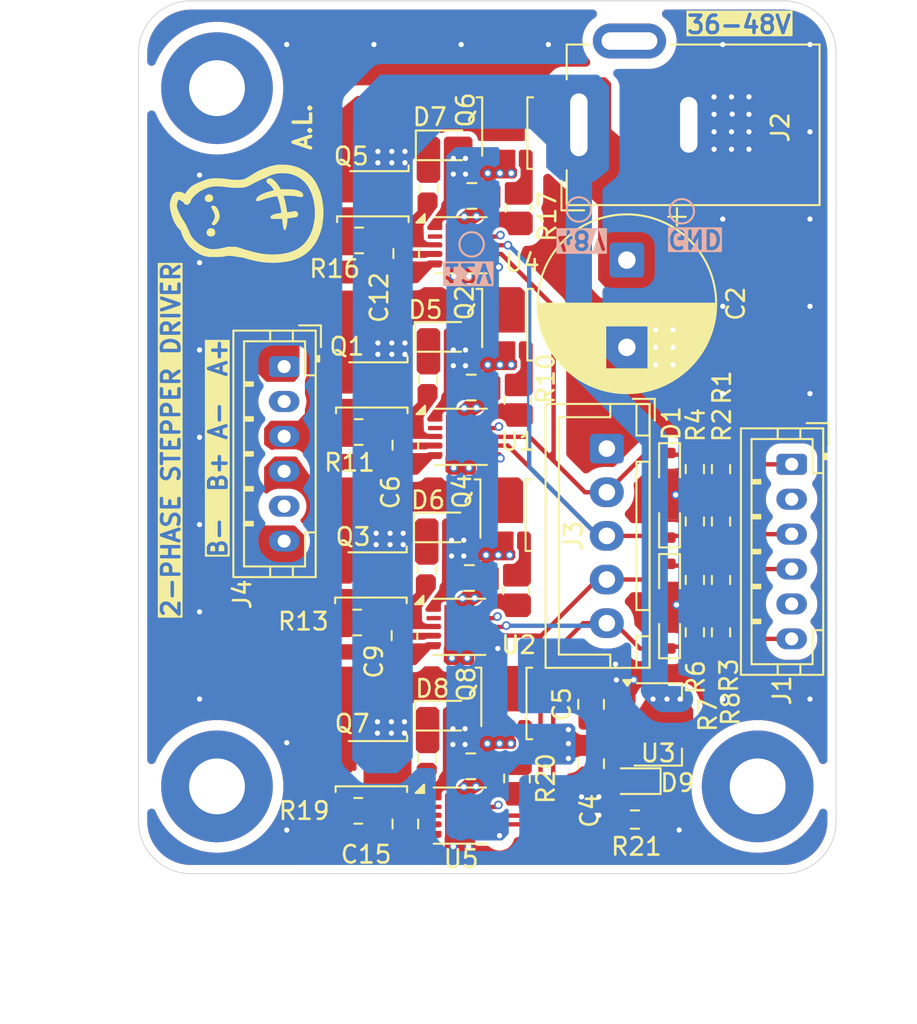
<source format=kicad_pcb>
(kicad_pcb (version 20241229) (generator "pcbnew") (generator_version "9.0")
  (layers (0 "F.Cu" signal) (4 "In1.Cu" signal) (6 "In2.Cu" signal) (2 "B.Cu" signal) (13 "F.Paste" user) (15 "B.Paste" user) (5 "F.SilkS" user "F.Silkscreen") (7 "B.SilkS" user "B.Silkscreen") (1 "F.Mask" user) (3 "B.Mask" user) (25 "Edge.Cuts" user))
  (net 0 "")
  (net 1 "GND")
  (net 2 "+12V")
  (net 3 "+48V")
  (net 4 "/A_OUT-")
  (net 5 "Net-(U1-VB)")
  (net 6 "/B_OUT+")
  (net 7 "Net-(U2-VB)")
  (net 8 "Net-(U4-VB)")
  (net 9 "/A_OUT+")
  (net 10 "Net-(U5-VB)")
  (net 11 "/B_OUT-")
  (net 12 "/A_IN+")
  (net 13 "/A_IN-")
  (net 14 "/B_IN+")
  (net 15 "/B_IN-")
  (net 16 "Net-(D5-K)")
  (net 17 "Net-(D6-K)")
  (net 18 "Net-(D7-K)")
  (net 19 "Net-(D8-K)")
  (net 20 "Net-(D9-K)")
  (net 21 "/A_DRIVE-")
  (net 22 "/A_DRIVE+")
  (net 24 "/B_DRIVE-")
  (net 25 "/B_DRIVE+")
  (net 30 "Net-(Q1-G)")
  (net 31 "Net-(Q2-G)")
  (net 32 "Net-(Q3-G)")
  (net 33 "Net-(Q4-G)")
  (net 34 "Net-(Q5-G)")
  (net 35 "Net-(Q6-G)")
  (net 36 "Net-(Q7-G)")
  (net 37 "Net-(Q8-G)")
  (net 38 "Net-(U1-DRVL)")
  (net 39 "Net-(U1-DRVH)")
  (net 40 "Net-(U2-DRVH)")
  (net 41 "Net-(U2-DRVL)")
  (net 42 "Net-(U4-DRVH)")
  (net 43 "Net-(U4-DRVL)")
  (net 44 "Net-(U5-DRVH)")
  (net 45 "Net-(U5-DRVL)")
  (footprint "Package_DFN_QFN:DFN-10-1EP_3x3mm_P0.5mm_EP1.7x2.5mm" (layer "F.Cu") (at 118.3875 105.8625)
    (property "Reference" "U2")
    (property "Value" "NCP51513" (hide yes))
  )
  (footprint "_custom_library:Peanut" (layer "F.Cu") (at 106.2 82.15 90)
    (property "Reference" "G***" (hide yes))
    (property "Value" "LOGO" (hide yes))
  )
  (footprint "Connector_BarrelJack:BarrelJack_GCT_DCJ200-10-A_Horizontal" (layer "F.Cu") (at 125.25 77.1 90)
    (property "Reference" "J2")
    (property "Value" "Barrel_Jack_Switch" (hide yes))
  )
  (footprint "Connector_JST:JST_PH_B6B-PH-K_1x06_P2.00mm_Vertical" (layer "F.Cu") (at 108.35 90.95 -90)
    (property "Reference" "J4")
    (property "Value" "Conn_01x06_Pin" (hide yes))
  )
  (footprint "_custom_library: PG-TSDSON-8_3.8x2.29_Pitch0.65mm" (layer "F.Cu") (at 121 88.55 90)
    (property "Reference" "Q2")
    (property "Value" "NMOS" (hide yes))
  )
  (footprint "Capacitor_SMD:C_0805_2012Metric" (layer "F.Cu") (at 115.35 84.475 -90)
    (property "Reference" "C12")
    (property "Value" "1uF 50V" (hide yes))
  )
  (footprint "Resistor_SMD:R_0603_1608Metric" (layer "F.Cu") (at 133.4 103.175 -90)
    (property "Reference" "R3")
    (property "Value" "2k0" (hide yes))
  )
  (footprint "Diode_SMD:D_SOD-523" (layer "F.Cu") (at 130.45 100.05 90)
    (property "Reference" "D2" (hide yes))
    (property "Value" "30V 200mA" (hide yes))
  )
  (footprint "_custom_library: PG-TSDSON-8_3.8x2.29_Pitch0.65mm" (layer "F.Cu") (at 120.95 110.25 90)
    (property "Reference" "Q8")
    (property "Value" "NMOS" (hide yes))
  )
  (footprint "Capacitor_SMD:C_0805_2012Metric" (layer "F.Cu") (at 119.075 92.15)
    (property "Reference" "C3" (hide yes))
    (property "Value" "10uF 50V" (hide yes))
  )
  (footprint "_custom_library: PG-TSDSON-8_3.8x2.29_Pitch0.65mm" (layer "F.Cu") (at 113.4375 81.05)
    (property "Reference" "Q5")
    (property "Value" "NMOS" (hide yes))
  )
  (footprint "Resistor_SMD:R_0603_1608Metric" (layer "F.Cu") (at 131.9 103.175 -90)
    (property "Reference" "R6")
    (property "Value" "1k0" (hide yes))
  )
  (footprint "Capacitor_SMD:C_0805_2012Metric" (layer "F.Cu") (at 125.95 113.7 -90)
    (property "Reference" "C4")
    (property "Value" "10uF 50V" (hide yes))
  )
  (footprint "Connector_JST:JST_XH_B5B-XH-A_1x05_P2.50mm_Vertical" (layer "F.Cu") (at 126.85 95.65 -90)
    (property "Reference" "J3")
    (property "Value" "Conn_01x04_Pin" (hide yes))
  )
  (footprint "MountingHole:MountingHole_3.2mm_M3_Pad" (layer "F.Cu") (at 104.5 75)
    (property "Reference" "H1" (hide yes))
    (property "Value" "M3 Pad" (hide yes))
  )
  (footprint "Diode_SMD:D_SOD-323F" (layer "F.Cu") (at 117.45 89.25)
    (property "Reference" "D5")
    (property "Value" "100V 200mA" (hide yes))
  )
  (footprint "Package_DFN_QFN:DFN-10-1EP_3x3mm_P0.5mm_EP1.7x2.5mm" (layer "F.Cu") (at 118.4625 84)
    (property "Reference" "U4")
    (property "Value" "NCP51513" (hide yes))
  )
  (footprint "Diode_SMD:D_0603_1608Metric" (layer "F.Cu") (at 128.45 114.7 180)
    (property "Reference" "D9")
    (property "Value" "LED" (hide yes))
  )
  (footprint "Package_DFN_QFN:DFN-10-1EP_3x3mm_P0.5mm_EP1.7x2.5mm" (layer "F.Cu") (at 118.425 116.675)
    (property "Reference" "U5")
    (property "Value" "NCP51513" (hide yes))
  )
  (footprint "_custom_library: PG-TSDSON-8_3.8x2.29_Pitch0.65mm" (layer "F.Cu") (at 120.9 99.4625 90)
    (property "Reference" "Q4")
    (property "Value" "NMOS" (hide yes))
  )
  (footprint "Resistor_SMD:R_0805_2012Metric" (layer "F.Cu") (at 121.7 114.55 -90)
    (property "Reference" "R20")
    (property "Value" "4.7R" (hide yes))
  )
  (footprint "_custom_library: PG-TSDSON-8_3.8x2.29_Pitch0.65mm" (layer "F.Cu") (at 113.375 92)
    (property "Reference" "Q1")
    (property "Value" "NMOS" (hide yes))
  )
  (footprint "Resistor_SMD:R_0603_1608Metric" (layer "F.Cu") (at 116.525 102.5875 90)
    (property "Reference" "R12" (hide yes))
    (property "Value" "8.2R" (hide yes))
  )
  (footprint "Resistor_SMD:R_0603_1608Metric" (layer "F.Cu") (at 116.6375 80.75 90)
    (property "Reference" "R15" (hide yes))
    (property "Value" "8.2R" (hide yes))
  )
  (footprint "Capacitor_SMD:C_0805_2012Metric" (layer "F.Cu") (at 125.95 110.3 90)
    (property "Reference" "C5")
    (property "Value" "1uF 100V" (hide yes))
  )
  (footprint "MountingHole:MountingHole_3.2mm_M3_Pad" (layer "F.Cu") (at 135.5 115)
    (property "Reference" "H3" (hide yes))
    (property "Value" "M3 Pad" (hide yes))
  )
  (footprint "Capacitor_THT:CP_Radial_D10.0mm_P5.00mm" (layer "F.Cu") (at 128 84.85 -90)
    (property "Reference" "C2")
    (property "Value" "470uF 50V" (hide yes))
  )
  (footprint "_custom_library: PG-TSDSON-8_3.8x2.29_Pitch0.65mm" (layer "F.Cu") (at 121 77.575 90)
    (property "Reference" "Q6")
    (property "Value" "NMOS" (hide yes))
  )
  (footprint "Resistor_SMD:R_0603_1608Metric" (layer "F.Cu") (at 131.9 106.175 -90)
    (property "Reference" "R7")
    (property "Value" "1k0" (hide yes))
  )
  (footprint "Resistor_SMD:R_0805_2012Metric" (layer "F.Cu") (at 121.65 103.7625 -90)
    (property "Reference" "R14" (hide yes))
    (property "Value" "4.7R" (hide yes))
  )
  (footprint "Diode_SMD:D_SOD-323F" (layer "F.Cu") (at 117.4 100.1625)
    (property "Reference" "D6")
    (property "Value" "100V 200mA" (hide yes))
  )
  (footprint "Capacitor_SMD:C_0805_2012Metric" (layer "F.Cu") (at 115.3 95.45 -90)
    (property "Reference" "C6")
    (property "Value" "1uF 50V" (hide yes))
  )
  (footprint "Resistor_SMD:R_0603_1608Metric" (layer "F.Cu") (at 133.4 106.175 90)
    (property "Reference" "R8")
    (property "Value" "2k0" (hide yes))
  )
  (footprint "Resistor_SMD:R_0603_1608Metric" (layer "F.Cu") (at 133.4 99.825 90)
    (property "Reference" "R2")
    (property "Value" "2k0" (hide yes))
  )
  (footprint "Diode_SMD:D_SOD-523" (layer "F.Cu") (at 130.45 96.6 -90)
    (property "Reference" "D1")
    (property "Value" "30V 200mA" (hide yes))
  )
  (footprint "Resistor_SMD:R_0603_1608Metric" (layer "F.Cu") (at 133.4 96.825 -90)
    (property "Reference" "R1")
    (property "Value" "2k0" (hide yes))
  )
  (footprint "Resistor_SMD:R_0805_2012Metric" (layer "F.Cu") (at 112.65 83.725)
    (property "Reference" "R16")
    (property "Value" "4.7R" (hide yes))
  )
  (footprint "Resistor_SMD:R_0603_1608Metric" (layer "F.Cu") (at 131.9 96.825 -90)
    (property "Reference" "R4")
    (property "Value" "1k0" (hide yes))
  )
  (footprint "MountingHole:MountingHole_3.2mm_M3_Pad" (layer "F.Cu") (at 104.5 115)
    (property "Reference" "H2" (hide yes))
    (property "Value" "M3 Pad" (hide yes))
  )
  (footprint "Resistor_SMD:R_0805_2012Metric" (layer "F.Cu") (at 121.7875 81.8625 -90)
    (property "Reference" "R17")
    (property "Value" "4.7R" (hide yes))
  )
  (footprint "Capacitor_SMD:C_0805_2012Metric" (layer "F.Cu") (at 115.25 106.3625 -90)
    (property "Reference" "C9")
    (property "Value" "1uF 50V" (hide yes))
  )
  (footprint "_custom_library: PG-TSDSON-8_3.8x2.29_Pitch0.65mm" (layer "F.Cu") (at 113.35 113.7)
    (property "Reference" "Q7")
    (property "Value" "NMOS" (hide yes))
  )
  (footprint "Package_TO_SOT_SMD:SOT-89-3" (layer "F.Cu") (at 129.8 111.45)
    (property "Reference" "U3")
    (property "Value" "ZXTR2012Z" (hide yes))
  )
  (footprint "Connector_JST:JST_PH_B6B-PH-K_1x06_P2.00mm_Vertical" (layer "F.Cu") (at 137.45 96.55 -90)
    (property "Reference" "J1")
    (property "Value" "Conn_01x06_Pin" (hide yes))
  )
  (footprint "Package_DFN_QFN:DFN-10-1EP_3x3mm_P0.5mm_EP1.7x2.5mm" (layer "F.Cu") (at 118.475 94.975)
    (property "Reference" "U1")
    (property "Value" "NCP51513" (hide yes))
  )
  (footprint "Diode_SMD:D_SOD-523" (layer "F.Cu") (at 130.45 106.4 90)
    (property "Reference" "D4" (hide yes))
    (property "Value" "30V 200mA" (hide yes))
  )
  (footprint "Capacitor_SMD:C_0805_2012Metric" (layer "F.Cu") (at 119.1125 81.175)
    (property "Reference" "C10" (hide yes))
    (property "Value" "10uF 50V" (hide yes))
  )
  (footprint "Resistor_SMD:R_0805_2012Metric" (layer "F.Cu") (at 112.6 116.4)
    (property "Reference" "R19")
    (property "Value" "4.7R" (hide yes))
  )
  (footprint "Resistor_SMD:R_0603_1608Metric" (layer "F.Cu") (at 116.6 91.675 90)
    (property "Reference" "R9" (hide yes))
    (property "Value" "8.2R" (hide yes))
  )
  (footprint "Diode_SMD:D_SOD-323F" (layer "F.Cu") (at 117.45 110.95)
    (property "Reference" "D8")
    (property "Value" "100V 200mA" (hide yes))
  )
  (footprint "Resistor_SMD:R_0603_1608Metric" (layer "F.Cu") (at 116.55 113.375 90)
    (property "Reference" "R18" (hide yes))
    (property "Value" "8.2R" (hide yes))
  )
  (footprint "Resistor_SMD:R_0805_2012Metric" (layer "F.Cu") (at 112.5375 105.6125)
    (property "Reference" "R13")
    (property "Value" "4.7R" (hide yes))
  )
  (footprint "Resistor_SMD:R_0805_2012Metric" (layer "F.Cu") (at 121.725 92.8625 -90)
    (property "Reference" "R10")
    (property "Value" "4.7R" (hide yes))
  )
  (footprint "Resistor_SMD:R_0603_1608Metric" (layer "F.Cu") (at 131.9 99.825 -90)
    (property "Reference" "R5" (hide yes))
    (property "Value" "1k0" (hide yes))
  )
  (footprint "Diode_SMD:D_SOD-323F" (layer "F.Cu") (at 117.5125 78.275)
    (property "Reference" "D7")
    (property "Value" "100V 200mA" (hide yes))
  )
  (footprint "Resistor_SMD:R_0603_1608Metric" (layer "F.Cu") (at 128.4625 116.9 180)
    (property "Reference" "R21")
    (property "Value" "8k2" (hide yes))
  )
  (footprint "_custom_library: PG-TSDSON-8_3.8x2.29_Pitch0.65mm" (layer "F.Cu") (at 113.325 102.8875)
    (property "Reference" "Q3")
    (property "Value" "NMOS" (hide yes))
  )
  (footprint "Capacitor_SMD:C_0805_2012Metric" (layer "F.Cu") (at 119.05 113.85)
    (property "Reference" "C13" (hide yes))
    (property "Value" "10uF 50V" (hide yes))
  )
  (footprint "Capacitor_SMD:C_0805_2012Metric" (layer "F.Cu") (at 115.3 117.15 -90)
    (property "Reference" "C15")
    (property "Value" "1uF 50V" (hide yes))
  )
  (footprint "Diode_SMD:D_SOD-523" (layer "F.Cu") (at 130.45 102.95 -90)
    (property "Reference" "D3" (hide yes))
    (property "Value" "30V 200mA" (hide yes))
  )
  (footprint "Resistor_SMD:R_0805_2012Metric" (layer "F.Cu") (at 112.625 94.7)
    (property "Reference" "R11")
    (property "Value" "4.7R" (hide yes))
  )
  (footprint "Capacitor_SMD:C_0805_2012Metric" (layer "F.Cu") (at 118.975 103.0625)
    (property "Reference" "C7" (hide yes))
    (property "Value" "10uF 50V" (hide yes))
  )
  (footprint "TestPoint:TestPoint_Pad_D1.0mm" (layer "B.Cu") (at 119.1 83.95)
    (property "Reference" "TP2" (hide yes))
    (property "Value" "TestPoint")
  )
  (footprint "TestPoint:TestPoint_Pad_D1.0mm" (layer "B.Cu") (at 131.15 82.05)
    (property "Reference" "TP3" (hide yes))
    (property "Value" "TestPoint")
  )
  (footprint "TestPoint:TestPoint_Pad_D1.0mm" (layer "B.Cu") (at 125.25 81.95)
    (property "Reference" "TP1" (hide yes))
    (property "Value" "TestPoint")
  )
  (gr_line (start 103 120) (end 137 120) (stroke (width 0.05)) (layer "Edge.Cuts"))
  (gr_arc (start 137 70) (mid 139.12132 70.87868) (end 140 73) (stroke (width 0.05)) (layer "Edge.Cuts"))
  (gr_line (start 140 117) (end 140 73) (stroke (width 0.05)) (layer "Edge.Cuts"))
  (gr_arc (start 140 117) (mid 139.12132 119.12132) (end 137 120) (stroke (width 0.05)) (layer "Edge.Cuts"))
  (gr_arc (start 100 73) (mid 100.87868 70.87868) (end 103 70) (stroke (width 0.05)) (layer "Edge.Cuts"))
  (gr_line (start 137 70) (end 103 70) (stroke (width 0.05)) (layer "Edge.Cuts"))
  (gr_line (start 100 73) (end 100 117) (stroke (width 0.05)) (layer "Edge.Cuts"))
  (gr_arc (start 103 120) (mid 100.87868 119.12132) (end 100 117) (stroke (width 0.05)) (layer "Edge.Cuts"))
  (gr_text "A.L." (at 110 78.65 90) (layer "F.SilkS") (effects (font (size 1 1) (thickness 0.2) (bold yes)) (justify left bottom)))
  (gr_text "2-PHASE STEPPER DRIVER" (at 102.45 105.4 90) (layer "F.SilkS" knockout) (effects (font (size 1 1) (thickness 0.2) (bold yes)) (justify left bottom)))
  (gr_text "36-48V" (at 131.35 71.95 0) (layer "F.SilkS" knockout) (effects (font (size 1 1) (thickness 0.2) (bold yes)) (justify left bottom)))
  (gr_text "B-  B+ A-  A+" (at 105.15 102 90) (layer "F.SilkS" knockout) (effects (font (size 1 1) (thickness 0.2) (bold yes)) (justify left bottom)))
  (gr_text "GND" (at 130.25 83.05 180) (layer "B.SilkS" knockout) (effects (font (size 1 1) (thickness 0.2) (bold yes)) (justify left bottom mirror)))
  (gr_text "48V" (at 123.85 83.1 180) (layer "B.SilkS" knockout) (effects (font (size 1 1) (thickness 0.2) (bold yes)) (justify left bottom mirror)))
  (gr_text "12V" (at 117.35 85 180) (layer "B.SilkS" knockout) (effects (font (size 1 1) (thickness 0.2) (bold yes)) (justify left bottom mirror)))
  (segment (start 120.5375 105.3625) (end 119.85 105.3625) (width 0.25) (layer "F.Cu") (net 1))
  (segment (start 120.580636 105.269874) (end 120.580636 105.319364) (width 0.25) (layer "F.Cu") (net 1))
  (segment (start 120.522537 116.175) (end 119.8875 116.175) (width 0.25) (layer "F.Cu") (net 1))
  (segment (start 120.703383 83.467) (end 120.703383 83.487359) (width 0.25) (layer "F.Cu") (net 1))
  (segment (start 126.65 116.9) (end 126.4 116.65) (width 0.25) (layer "F.Cu") (net 1))
  (segment (start 120.580636 105.319364) (end 120.5375 105.3625) (width 0.25) (layer "F.Cu") (net 1))
  (segment (start 120.690742 83.5) (end 119.925 83.5) (width 0.25) (layer "F.Cu") (net 1))
  (segment (start 120.576144 94.475) (end 119.9375 94.475) (width 0.25) (layer "F.Cu") (net 1))
  (segment (start 120.63429 116.063247) (end 120.522537 116.175) (width 0.25) (layer "F.Cu") (net 1))
  (segment (start 120.661461 94.389683) (end 120.576144 94.475) (width 0.25) (layer "F.Cu") (net 1))
  (segment (start 127.6375 116.9) (end 126.65 116.9) (width 0.25) (layer "F.Cu") (net 1))
  (segment (start 120.75087 83.419513) (end 120.703383 83.467) (width 0.25) (layer "F.Cu") (net 1))
  (segment (start 120.703383 83.487359) (end 120.690742 83.5) (width 0.25) (layer "F.Cu") (net 1))
  (via (at 133.5 110) (size 0.5) (drill 0.3) (layers "F.Cu" "B.Cu") (net 1))
  (via (at 127.35 108) (size 0.5) (drill 0.3) (layers "F.Cu" "B.Cu") (net 1))
  (via (at 103.5 90) (size 0.5) (drill 0.3) (layers "F.Cu" "B.Cu") (net 1))
  (via (at 130.8 98.3) (size 0.5) (drill 0.3) (layers "F.Cu" "B.Cu") (net 1))
  (via (at 121.375 79.875) (size 0.5) (drill 0.3) (layers "F.Cu" "B.Cu") (net 1))
  (via (at 138.5 92.5) (size 0.5) (drill 0.3) (layers "F.Cu" "B.Cu") (net 1))
  (via (at 120.7 112.55) (size 0.5) (drill 0.3) (layers "F.Cu" "B.Cu") (net 1))
  (via (at 133.5 92.5) (size 0.5) (drill 0.3) (layers "F.Cu" "B.Cu") (net 1))
  (via (at 126.4 116.65) (size 0.5) (drill 0.3) (layers "F.Cu" "B.Cu") (net 1))
  (via (at 120.661461 94.389683) (size 0.5) (drill 0.3) (layers "F.Cu" "B.Cu") (net 1))
  (via (at 118.675 82.35) (size 0.5) (drill 0.3) (layers "F.Cu" "B.Cu") (net 1))
  (via (at 118.075 96.75) (size 0.5) (drill 0.3) (layers "F.Cu" "B.Cu") (net 1))
  (via (at 120.580636 105.269874) (size 0.5) (drill 0.3) (layers "F.Cu" "B.Cu") (net 1))
  (via (at 120.625 101.75) (size 0.5) (drill 0.3) (layers "F.Cu" "B.Cu") (net 1))
  (via (at 120.725 79.875) (size 0.5) (drill 0.3) (layers "F.Cu" "B.Cu") (net 1))
  (via (at 121.375 90.85) (size 0.5) (drill 0.3) (layers "F.Cu" "B.Cu") (net 1))
  (via (at 138.5 77.5) (size 0.5) (drill 0.3) (layers "F.Cu" "B.Cu") (net 1))
  (via (at 118.925 118.45) (size 0.5) (drill 0.3) (layers "F.Cu" "B.Cu") (net 1))
  (via (at 133 75.5) (size 0.5) (drill 0.3) (layers "F.Cu" "B.Cu") (net 1))
  (via (at 118.575 104.225) (size 0.5) (drill 0.3) (layers "F.Cu" "B.Cu") (net 1))
  (via (at 119.35 115.006233) (size 0.5) (drill 0.3) (layers "F.Cu" "B.Cu") (net 1))
  (via (at 108.5 72.5) (size 0.5) (drill 0.3) (layers "F.Cu" "B.Cu") (net 1))
  (via (at 108.5 112.5) (size 0.5) (drill 0.3) (layers "F.Cu" "B.Cu") (net 1))
  (via (at 120.025 90.85) (size 0.5) (drill 0.3) (layers "F.Cu" "B.Cu") (net 1))
  (via (at 118.5 72.5) (size 0.5) (drill 0.3) (layers "F.Cu" "B.Cu") (net 1))
  (via (at 133.5 87.5) (size 0.5) (drill 0.3) (layers "F.Cu" "B.Cu") (net 1))
  (via (at 118.85 107.65) (size 0.5) (drill 0.3) (layers "F.Cu" "B.Cu") (net 1))
  (via (at 135 77.5) (size 0.5) (drill 0.3) (layers "F.Cu" "B.Cu") (net 1))
  (via (at 126.4 115.6) (size 0.5) (drill 0.3) (layers "F.Cu" "B.Cu") (net 1))
  (via (at 121.35 112.55) (size 0.5) (drill 0.3) (layers "F.Cu" "B.Cu") (net 1))
  (via (at 135 76.5) (size 0.5) (drill 0.3) (layers "F.Cu" "B.Cu") (net 1))
  (via (at 103.5 100) (size 0.5) (drill 0.3) (layers "F.Cu" "B.Cu") (net 1))
  (via (at 130.65 90.85) (size 0.5) (drill 0.3) (layers "F.Cu" "B.Cu") (net 1))
  (via (at 103.5 95) (size 0.5) (drill 0.3) (layers "F.Cu" "B.Cu") (net 1))
  (via (at 138.5 87.5) (size 0.5) (drill 0.3) (layers "F.Cu" "B.Cu") (net 1))
  (via (at 118.65 115.025) (size 0.5) (drill 0.3) (layers "F.Cu" "B.Cu") (net 1))
  (via (at 133.5 72.5) (size 0.5) (drill 0.3) (layers "F.Cu" "B.Cu") (net 1))
  (via (at 133.5 82.5) (size 0.5) (drill 0.3) (layers "F.Cu" "B.Cu") (net 1))
  (via (at 127.4 108.9) (size 0.5) (drill 0.3) (layers "F.Cu" "B.Cu") (net 1))
  (via (at 118.95 96.75) (size 0.5) (drill 0.3) (layers "F.Cu" "B.Cu") (net 1))
  (via (at 129.65 88.85) (size 0.5) (drill 0.3) (layers "F.Cu" "B.Cu") (net 1))
  (via (at 118.675 93.325) (size 0.5) (drill 0.3) (layers "F.Cu" "B.Cu") (net 1))
  (via (at 130.85 104.6) (size 0.5) (drill 0.3) (layers "F.Cu" "B.Cu") (net 1))
  (via (at 130.65 88.85) (size 0.5) (drill 0.3) (layers "F.Cu" "B.Cu") (net 1))
  (via (at 134 75.5) (size 0.5) (drill 0.3) (layers "F.Cu" "B.Cu") (net 1))
  (via (at 108.5 117.5) (size 0.5) (drill 0.3) (layers "F.Cu" "B.Cu") (net 1))
  (via (at 120.63429 116.063247) (size 0.5) (drill 0.3) (layers "F.Cu" "B.Cu") (net 1))
  (via (at 133 78.5) (size 0.5) (drill 0.3) (layers "F.Cu" "B.Cu") (net 1))
  (via (at 129.65 89.85) (size 0.5) (drill 0.3) (layers "F.Cu" "B.Cu") (net 1))
  (via (at 103.5 85) (size 0.5) (drill 0.3) (layers "F.Cu" "B.Cu") (net 1))
  (via (at 119.375 82.331233) (size 0.5) (drill 0.3) (layers "F.Cu" "B.Cu") (net 1))
  (via (at 119.925 101.75) (size 0.5) (drill 0.3) (layers "F.Cu" "B.Cu") (net 1))
  (via (at 103.5 110) (size 0.5) (drill 0.3) (layers "F.Cu" "B.Cu") (net 1))
  (via (at 121.275 101.75) (size 0.5) (drill 0.3) (layers "F.Cu" "B.Cu") (net 1))
  (via (at 118.075 85.775) (size 0.5) (drill 0.3) (layers "F.Cu" "B.Cu") (net 1))
  (via (at 119.375 93.306233) (size 0.5) (drill 0.3) (layers "F.Cu" "B.Cu") (net 1))
  (via (at 119.275 104.206233) (size 0.5) (drill 0.3) (layers "F.Cu" "B.Cu") (net 1))
  (via (at 120 112.55) (size 0.5) (drill 0.3) (layers "F.Cu" "B.Cu") (net 1))
  (via (at 138.5 110) (size 0.5) (drill 0.3) (layers "F.Cu" "B.Cu") (net 1))
  (via (at 118.05 118.45) (size 0.5) (drill 0.3) (layers "F.Cu" "B.Cu") (net 1))
  (via (at 120.725 90.85) (size 0.5) (drill 0.3) (layers "F.Cu" "B.Cu") (net 1))
  (via (at 125.4 115.6) (size 0.5) (drill 0.3) (layers "F.Cu" "B.Cu") (net 1))
  (via (at 118.95 85.775) (size 0.5) (drill 0.3) (layers "F.Cu" "B.Cu") (net 1))
  (via (at 135 78.5) (size 0.5) (drill 0.3) (layers "F.Cu" "B.Cu") (net 1))
  (via (at 129.65 90.85) (size 0.5) (drill 0.3) (layers "F.Cu" "B.Cu") (net 1))
  (via (at 134 77.5) (size 0.5) (drill 0.3) (layers "F.Cu" "B.Cu") (net 1))
  (via (at 113.5 72.5) (size 0.5) (drill 0.3) (layers "F.Cu" "B.Cu") (net 1))
  (via (at 117.975 107.65) (size 0.5) (drill 0.3) (layers "F.Cu" "B.Cu") (net 1))
  (via (at 120.025 79.875) (size 0.5) (drill 0.3) (layers "F.Cu" "B.Cu") (net 1))
  (via (at 128.4 108.9) (size 0.5) (drill 0.3) (layers "F.Cu" "B.Cu") (net 1))
  (via (at 120.75087 83.419513) (size 0.5) (drill 0.3) (layers "F.Cu" "B.Cu") (net 1))
  (via (at 103.5 105) (size 0.5) (drill 0.3) (layers "F.Cu" "B.Cu") (net 1))
  (via (at 134 78.5) (size 0.5) (drill 0.3) (layers "F.Cu" "B.Cu") (net 1))
  (via (at 133 76.5) (size 0.5) (drill 0.3) (layers "F.Cu" "B.Cu") (net 1))
  (via (at 103.499999 79.980215) (size 0.5) (drill 0.3) (layers "F.Cu" "B.Cu") (net 1))
  (via (at 133 77.5) (size 0.5) (drill 0.3) (layers "F.Cu" "B.Cu") (net 1))
  (via (at 135 75.49651) (size 0.5) (drill 0.3) (layers "F.Cu" "B.Cu") (net 1))
  (via (at 130.65 89.85) (size 0.5) (drill 0.3) (layers "F.Cu" "B.Cu") (net 1))
  (via (at 131 117.5) (size 0.5) (drill 0.3) (layers "F.Cu" "B.Cu") (net 1))
  (via (at 138.5 82.5) (size 0.5) (drill 0.3) (layers "F.Cu" "B.Cu") (net 1))
  (via (at 123.5 72.5) (size 0.5) (drill 0.3) (layers "F.Cu" "B.Cu") (net 1))
  (via (at 134.042718 76.486844) (size 0.5) (drill 0.3) (layers "F.Cu" "B.Cu") (net 1))
  (via (at 138.5 72.5) (size 0.5) (drill 0.3) (layers "F.Cu" "B.Cu") (net 1))
  (segment (start 120.675 95.975) (end 119.9375 95.975) (width 0.25) (layer "F.Cu") (net 2))
  (segment (start 120.6 107.1) (end 120.6 106.95) (width 0.25) (layer "F.Cu") (net 2))
  (segment (start 120.75 96.05) (end 120.675 95.975) (width 0.25) (layer "F.Cu") (net 2))
  (segment (start 120.7 117.825) (end 120.7 117.725) (width 0.25) (layer "F.Cu") (net 2))
  (segment (start 127.85 112.95) (end 127.85 114.5125) (width 0.25) (layer "F.Cu") (net 2))
  (segment (start 120.7 117.725) (end 120.65 117.675) (width 0.25) (layer "F.Cu") (net 2))
  (segment (start 120.65 85.25) (end 120.4 85) (width 0.25) (layer "F.Cu") (net 2))
  (segment (start 120.65 117.675) (end 119.8875 117.675) (width 0.25) (layer "F.Cu") (net 2))
  (segment (start 120.75 96.2) (end 120.75 96.05) (width 0.25) (layer "F.Cu") (net 2))
  (segment (start 120.6 106.95) (end 120.5125 106.8625) (width 0.25) (layer "F.Cu") (net 2))
  (segment (start 120.5125 106.8625) (end 119.85 106.8625) (width 0.25) (layer "F.Cu") (net 2))
  (segment (start 127.85 114.5125) (end 127.6625 114.7) (width 0.25) (layer "F.Cu") (net 2))
  (segment (start 120.4 85) (end 119.925 85) (width 0.25) (layer "F.Cu") (net 2))
  (via (at 120.75 96.2) (size 0.5) (drill 0.3) (layers "F.Cu" "B.Cu") (net 2))
  (via (at 118.05 90) (size 0.5) (drill 0.3) (layers "F.Cu" "B.Cu") (net 2))
  (via (at 120.7 117.825) (size 0.5) (drill 0.3) (layers "F.Cu" "B.Cu") (net 2))
  (via (at 118.725 111.7) (size 0.5) (drill 0.3) (layers "F.Cu" "B.Cu") (net 2))
  (via (at 118.65 101.8) (size 0.5) (drill 0.3) (layers "F.Cu" "B.Cu") (net 2))
  (via (at 118.05 79.025) (size 0.5) (drill 0.3) (layers "F.Cu" "B.Cu") (net 2))
  (via (at 118.65 100.9) (size 0.5) (drill 0.3) (layers "F.Cu" "B.Cu") (net 2))
  (via (at 118.025 112.6) (size 0.5) (drill 0.3) (layers "F.Cu" "B.Cu") (net 2))
  (via (at 118.75 79.925) (size 0.5) (drill 0.3) (layers "F.Cu" "B.Cu") (net 2))
  (via (at 124.65 113.4) (size 0.5) (drill 0.3) (layers "F.Cu" "B.Cu") (net 2))
  (via (at 124.65 112.55) (size 0.5) (drill 0.3) (layers "F.Cu" "B.Cu") (net 2))
  (via (at 117.95 100.9) (size 0.5) (drill 0.3) (layers "F.Cu" "B.Cu") (net 2))
  (via (at 118.025 111.7) (size 0.5) (drill 0.3) (layers "F.Cu" "B.Cu") (net 2))
  (via (at 118.75 90) (size 0.5) (drill 0.3) (layers "F.Cu" "B.Cu") (net 2))
  (via (at 118.75 90.9) (size 0.5) (drill 0.3) (layers "F.Cu" "B.Cu") (net 2))
  (via (at 118.05 90.9) (size 0.5) (drill 0.3) (layers "F.Cu" "B.Cu") (net 2))
  (via (at 118.725 112.6) (size 0.5) (drill 0.3) (layers "F.Cu" "B.Cu") (net 2))
  (via (at 120.6 107.1) (size 0.5) (drill 0.3) (layers "F.Cu" "B.Cu") (net 2))
  (via (at 118.05 79.925) (size 0.5) (drill 0.3) (layers "F.Cu" "B.Cu") (net 2))
  (via (at 118.75 79.025) (size 0.5) (drill 0.3) (layers "F.Cu" "B.Cu") (net 2))
  (via (at 124.65 111.75) (size 0.5) (drill 0.3) (layers "F.Cu" "B.Cu") (net 2))
  (via (at 117.95 101.8) (size 0.5) (drill 0.3) (layers "F.Cu" "B.Cu") (net 2))
  (via (at 120.65 85.25) (size 0.5) (drill 0.3) (layers "F.Cu" "B.Cu") (net 2))
  (segment (start 127.9375 111.45) (end 126.15 111.45) (width 0.9) (layer "F.Cu") (net 3))
  (segment (start 126.15 111.45) (end 125.95 111.25) (width 0.9) (layer "F.Cu") (net 3))
  (via (at 114.525 78.625) (size 0.5) (drill 0.3) (layers "F.Cu" "B.Cu") (net 3))
  (via (at 115.275 89.6) (size 0.5) (drill 0.3) (layers "F.Cu" "B.Cu") (net 3))
  (via (at 115.25 111.95) (size 0.5) (drill 0.3) (layers "F.Cu" "B.Cu") (net 3))
  (via (at 113.625 101.15) (size 0.5) (drill 0.3) (layers "F.Cu" "B.Cu") (net 3))
  (via (at 131.05 110) (size 0.5) (drill 0.3) (layers "F.Cu" "B.Cu") (net 3))
  (via (at 114.425 101.15) (size 0.5) (drill 0.3) (layers "F.Cu" "B.Cu") (net 3))
  (via (at 114.525 90.25) (size 0.5) (drill 0.3) (layers "F.Cu" "B.Cu") (net 3))
  (via (at 115.175 101.15) (size 0.5) (drill 0.3) (layers "F.Cu" "B.Cu") (net 3))
  (via (at 115.275 79.275) (size 0.5) (drill 0.3) (layers "F.Cu" "B.Cu") (net 3))
  (via (at 114.425 100.5) (size 0.5) (drill 0.3) (layers "F.Cu" "B.Cu") (net 3))
  (via (at 113.725 79.275) (size 0.5) (drill 0.3) (layers "F.Cu" "B.Cu") (net 3))
  (via (at 115.175 100.5) (size 0.5) (drill 0.3) (layers "F.Cu" "B.Cu") (net 3))
  (via (at 113.725 89.599997) (size 0.5) (drill 0.3) (layers "F.Cu" "B.Cu") (net 3))
  (via (at 114.5 111.95) (size 0.5) (drill 0.3) (layers "F.Cu" "B.Cu") (net 3))
  (via (at 113.7 111.95) (size 0.5) (drill 0.3) (layers "F.Cu" "B.Cu") (net 3))
  (via (at 114.5 111.3) (size 0.5) (drill 0.3) (layers "F.Cu" "B.Cu") (net 3))
  (via (at 130.3 110) (size 0.5) (drill 0.3) (layers "F.Cu" "B.Cu") (net 3))
  (via (at 113.725 90.25) (size 0.5) (drill 0.3) (layers "F.Cu" "B.Cu") (net 3))
  (via (at 115.275 78.625) (size 0.5) (drill 0.3) (layers "F.Cu" "B.Cu") (net 3))
  (via (at 113.625 100.499997) (size 0.5) (drill 0.3) (layers "F.Cu" "B.Cu") (net 3))
  (via (at 113.7 111.299997) (size 0.5) (drill 0.3) (layers "F.Cu" "B.Cu") (net 3))
  (via (at 114.525 79.275) (size 0.5) (drill 0.3) (layers "F.Cu" "B.Cu") (net 3))
  (via (at 115.275 90.25) (size 0.5) (drill 0.3) (layers "F.Cu" "B.Cu") (net 3))
  (via (at 113.725 78.624997) (size 0.5) (drill 0.3) (layers "F.Cu" "B.Cu") (net 3))
  (via (at 129.5 110) (size 0.5) (drill 0.3) (layers "F.Cu" "B.Cu") (net 3))
  (via (at 114.525 89.6) (size 0.5) (drill 0.3) (layers "F.Cu" "B.Cu") (net 3))
  (via (at 115.25 111.3) (size 0.5) (drill 0.3) (layers "F.Cu" "B.Cu") (net 3))
  (segment (start 129.601 98.799471) (end 129.601 109.397471) (width 1.5) (layer "B.Cu") (net 3))
  (segment (start 129.549236 109.449236) (end 130.1 110) (width 1.5) (layer "B.Cu") (net 3))
  (segment (start 125.25 77.1) (end 125.25 90.8) (width 1.5) (layer "B.Cu") (net 3))
  (segment (start 129.601 97.800529) (end 129.599 97.802529) (width 1.5) (layer "B.Cu") (net 3))
  (segment (start 129.599 98.797471) (end 129.601 98.799471) (width 1.5) (layer "B.Cu") (net 3))
  (segment (start 129.601 109.397471) (end 129.549236 109.449236) (width 1.5) (layer "B.Cu") (net 3))
  (segment (start 130.1 110) (end 131.05 110) (width 1.5) (layer "B.Cu") (net 3))
  (segment (start 129.601 95.151) (end 129.601 97.800529) (width 1.5) (layer "B.Cu") (net 3))
  (segment (start 129.599 97.802529) (end 129.599 98.797471) (width 1.5) (layer "B.Cu") (net 3))
  (segment (start 125.25 90.8) (end 129.601 95.151) (width 1.5) (layer "B.Cu") (net 3))
  (segment (start 123.8 96.35) (end 123.8 95.85) (width 0.25) (layer "F.Cu") (net 12))
  (segment (start 127 97.75) (end 126.9 97.75) (width 0.25) (layer "F.Cu") (net 12))
  (segment (start 125.6 98.15) (end 126.85 98.15) (width 0.25) (layer "F.Cu") (net 12))
  (segment (start 130.45 95.9) (end 129.1 95.9) (width 0.25) (layer "F.Cu") (net 12))
  (segment (start 123.8 87.5) (end 120.8 84.5) (width 0.25) (layer "F.Cu") (net 12))
  (segment (start 130.55 96) (end 130.45 95.9) (width 0.25) (layer "F.Cu") (net 12))
  (segment (start 123.8 95.85) (end 123.8 87.5) (width 0.25) (layer "F.Cu") (net 12))
  (segment (start 123.55 96.1) (end 122.425 94.975) (width 0.25) (layer "F.Cu") (net 12))
  (segment (start 120.8 84.5) (end 119.925 84.5) (width 0.25) (layer "F.Cu") (net 12))
  (segment (start 123.8 96.35) (end 123.55 96.1) (width 0.25) (layer "F.Cu") (net 12))
  (segment (start 129.1 95.9) (end 126.85 98.15) (width 0.25) (layer "F.Cu") (net 12))
  (segment (start 123.8 96.35) (end 125.6 98.15) (width 0.25) (layer "F.Cu") (net 12))
  (segment (start 122.425 94.975) (end 119.9375 94.975) (width 0.25) (layer "F.Cu") (net 12))
  (segment (start 123.55 96.1) (end 123.8 95.85) (width 0.25) (layer "F.Cu") (net 12))
  (segment (start 131.9 96) (end 130.55 96) (width 0.25) (layer "F.Cu") (net 12))
  (segment (start 133.4 96) (end 131.9 96) (width 0.25) (layer "F.Cu") (net 12))
  (segment (start 131.9 100.65) (end 130.55 100.65) (width 0.25) (layer "F.Cu") (net 13))
  (segment (start 130.35 100.65) (end 126.85 100.65) (width 0.25) (layer "F.Cu") (net 13))
  (segment (start 130.55 100.65) (end 130.45 100.75) (width 0.25) (layer "F.Cu") (net 13))
  (segment (start 130.45 100.75) (end 130.35 100.65) (width 0.25) (layer "F.Cu") (net 13))
  (segment (start 121.175 95.475) (end 119.9375 95.475) (width 0.25) (layer "F.Cu") (net 13))
  (segment (start 126.85 100.65) (end 126.35 100.65) (width 0.25) (layer "F.Cu") (net 13))
  (segment (start 121.180164 84) (end 119.925 84) (width 0.25) (layer "F.Cu") (net 13))
  (segment (start 126.35 100.65) (end 121.175 95.475) (width 0.25) (layer "F.Cu") (net 13))
  (segment (start 133.4 100.65) (end 131.9 100.65) (width 0.25) (layer "F.Cu") (net 13))
  (via (at 121.180164 84) (size 0.5) (drill 0.3) (layers "F.Cu" "B.Cu") (net 13))
  (segment (start 122.4 85.15841) (end 121.24159 84) (width 0.25) (layer "B.Cu") (net 13))
  (segment (start 121.24159 84) (end 121.180164 84) (width 0.25) (layer "B.Cu") (net 13))
  (segment (start 122.4 96.7) (end 122.4 85.15841) (width 0.25) (layer "B.Cu") (net 13))
  (segment (start 126.35 100.65) (end 122.4 96.7) (width 0.25) (layer "B.Cu") (net 13))
  (segment (start 126.85 100.65) (end 126.35 100.65) (width 0.25) (layer "B.Cu") (net 13))
  (segment (start 133.4 102.35) (end 131.9 102.35) (width 0.25) (layer "F.Cu") (net 14))
  (segment (start 123.05 116.35) (end 122.725 116.675) (width 0.25) (layer "F.Cu") (net 14))
  (segment (start 126.9 102.75) (end 126.5 102.75) (width 0.25) (layer "F.Cu") (net 14))
  (segment (start 123.05 106.5) (end 123.05 106.65) (width 0.25) (layer "F.Cu") (net 14))
  (segment (start 130.45 102.25) (end 129.55 103.15) (width 0.25) (layer "F.Cu") (net 14))
  (segment (start 122.725 116.675) (end 119.8875 116.675) (width 0.25) (layer "F.Cu") (net 14))
  (segment (start 129.55 103.15) (end 126.85 103.15) (width 0.25) (layer "F.Cu") (net 14))
  (segment (start 123.0125 106.3625) (end 123.05 106.4) (width 0.25) (layer "F.Cu") (net 14))
  (segment (start 123.0375 106.65) (end 122.75 106.3625) (width 0.25) (layer "F.Cu") (net 14))
  (segment (start 131.9 102.35) (end 130.55 102.35) (width 0.25) (layer "F.Cu") (net 14))
  (segment (start 123.05 106.5) (end 123.05 106.4) (width 0.25) (layer "F.Cu") (net 14))
  (segment (start 126.3 103.15) (end 126.85 103.15) (width 0.25) (layer "F.Cu") (net 14))
  (segment (start 119.85 106.3625) (end 122.75 106.3625) (width 0.25) (layer "F.Cu") (net 14))
  (segment (start 130.55 102.35) (end 130.45 102.25) (width 0.25) (layer "F.Cu") (net 14))
  (segment (start 122.75 106.3625) (end 123.0125 106.3625) (width 0.25) (layer "F.Cu") (net 14))
  (segment (start 123.05 106.65) (end 123.05 116.35) (width 0.25) (layer "F.Cu") (net 14))
  (segment (start 123.05 106.4) (end 126.3 103.15) (width 0.25) (layer "F.Cu") (net 14))
  (segment (start 123.05 106.65) (end 123.0375 106.65) (width 0.25) (layer "F.Cu") (net 14))
  (segment (start 125.5 105.65) (end 123.775 107.375) (width 0.25) (layer "F.Cu") (net 15))
  (segment (start 133.4 107) (end 131.9 107) (width 0.25) (layer "F.Cu") (net 15))
  (segment (start 128.75 107.1) (end 127.3 105.65) (width 0.25) (layer "F.Cu") (net 15))
  (segment (start 126.85 105.65) (end 125.5 105.65) (width 0.25) (layer "F.Cu") (net 15))
  (segment (start 127.3 105.65) (end 126.85 105.65) (width 0.25) (layer "F.Cu") (net 15))
  (segment (start 123.15 117.175) (end 119.8875 117.175) (width 0.25) (layer "F.Cu") (net 15))
  (segment (start 123.775 107.375) (end 123.775 116.55) (width 0.25) (layer "F.Cu") (net 15))
  (segment (start 130.55 107) (end 130.45 107.1) (width 0.25) (layer "F.Cu") (net 15))
  (segment (start 121.0125 105.8625) (end 119.85 105.8625) (width 0.25) (layer "F.Cu") (net 15))
  (segment (start 131.9 107) (end 130.55 107) (width 0.25) (layer "F.Cu") (net 15))
  (segment (start 121.0875 105.7875) (end 121.0125 105.8625) (width 0.25) (layer "F.Cu") (net 15))
  (segment (start 130.45 107.1) (end 128.75 107.1) (width 0.25) (layer "F.Cu") (net 15))
  (segment (start 123.775 116.55) (end 123.15 117.175) (width 0.25) (layer "F.Cu") (net 15))
  (via (at 121.0875 105.7875) (size 0.5) (drill 0.3) (layers "F.Cu" "B.Cu") (net 15))
  (segment (start 121.1 105.8) (end 121.0875 105.7875) (width 0.25) (layer "B.Cu") (net 15))
  (segment (start 126.85 105.65) (end 126.7 105.8) (width 0.25) (layer "B.Cu") (net 15))
  (segment (start 126.7 105.8) (end 121.1 105.8) (width 0.25) (layer "B.Cu") (net 15))
  (segment (start 129.2375 116.85) (end 129.2875 116.9) (width 0.25) (layer "F.Cu") (net 20))
  (segment (start 129.2375 114.7) (end 129.2375 116.85) (width 0.25) (layer "F.Cu") (net 20))
  (segment (start 133.5 99) (end 133.4 99) (width 0.25) (layer "F.Cu") (net 21))
  (segment (start 137.45 100.55) (end 135.05 100.55) (width 0.25) (layer "F.Cu") (net 21))
  (segment (start 135.05 100.55) (end 133.5 99) (width 0.25) (layer "F.Cu") (net 21))
  (segment (start 134.625 96.55) (end 133.525 97.65) (width 0.25) (layer "F.Cu") (net 22))
  (segment (start 137.45 96.55) (end 134.625 96.55) (width 0.25) (layer "F.Cu") (net 22))
  (segment (start 133.525 97.65) (end 133.4 97.65) (width 0.25) (layer "F.Cu") (net 22))
  (segment (start 137.45 106.55) (end 134.6 106.55) (width 0.25) (layer "F.Cu") (net 24))
  (segment (start 134.6 106.55) (end 133.4 105.35) (width 0.25) (layer "F.Cu") (net 24))
  (segment (start 133.475 104) (end 133.4 104) (width 0.25) (layer "F.Cu") (net 25))
  (segment (start 134.925 102.55) (end 133.475 104) (width 0.25) (layer "F.Cu") (net 25))
  (segment (start 137.45 102.55) (end 134.925 102.55) (width 0.25) (layer "F.Cu") (net 25))
  (zone (net 34) (net_name "Net-(Q5-G)") (layer "F.Cu") (priority 5) (connect_pads yes (clearance 0.2)) (min_thickness 0.25) (fill yes (thermal_gap 0.5) (thermal_bridge_width 0.5))
    (polygon (pts (xy 111.1 84.375) (xy 111.1 81.975) (xy 111.25 81.825) (xy 112.35 81.825) (xy 112.5 81.975) (xy 112.5 84.375) (xy 112.3 84.575) (xy 111.3 84.575)))
  )
  (zone (net 2) (net_name "+12V") (layer "F.Cu") (connect_pads yes (clearance 0.3)) (min_thickness 0.25) (fill yes (thermal_gap 0.2) (thermal_bridge_width 0.5))
    (polygon (pts (xy 128.35 113.45) (xy 128.5 113.3) (xy 128.5 111.4) (xy 124.953571 111.4) (xy 124.3 111.4) (xy 124.05 111.65) (xy 124.05 113.5) (xy 124.3 113.75) (xy 125.1 113.75) (xy 125.4 113.45)))
  )
  (zone (net 3) (net_name "+48V") (layer "F.Cu") (priority 5) (connect_pads yes (clearance 0.3)) (min_thickness 0.25) (fill yes (thermal_gap 0.2) (thermal_bridge_width 0.5))
    (polygon (pts (xy 128.7 110.6) (xy 129.25 109.7) (xy 131.35 109.7) (xy 131.8 110.6) (xy 131.8 110.9) (xy 128.7 110.9)))
  )
  (zone (net 11) (net_name "/B_OUT-") (layer "F.Cu") (priority 4) (connect_pads yes (clearance 0.4)) (min_thickness 0.25) (fill yes (thermal_gap 0.5) (thermal_bridge_width 0.5))
    (polygon (pts (xy 116.85 110.95) (xy 116.8 117.95) (xy 115.952942 118.85) (xy 110.25 118.9) (xy 109.25 118.15) (xy 109.25 112.073609) (xy 105.65 108.573609) (xy 105.65 101.425) (xy 107.025 100.05) (xy 108.95 100.05) (xy 109.499325 100.599325) (xy 109.491164 101.8) (xy 108.35 102.8) (xy 108.35 107) (xy 109.55 108.15) (xy 121.85 108.1) (xy 122.1 108.35) (xy 122.1 110.7) (xy 117.1 110.7)))
  )
  (zone (net 1) (net_name "GND") (layer "F.Cu") (priority 6) (connect_pads yes (clearance 0.2)) (min_thickness 0.25) (fill yes (thermal_gap 0.5) (thermal_bridge_width 0.5))
    (polygon (pts (xy 118.994737 93.95) (xy 120.75 92.8) (xy 120.75 91.6) (xy 120.55 91.4) (xy 119.3 91.4) (xy 119.15 91.6) (xy 119.15 92.539656) (xy 117.635185 93.95)))
  )
  (zone (net 1) (net_name "GND") (layer "F.Cu") (priority 6) (connect_pads yes (clearance 0.2)) (min_thickness 0.25) (fill yes (thermal_gap 0.5) (thermal_bridge_width 0.5))
    (polygon (pts (xy 118.994737 82.975) (xy 120.75 81.825) (xy 120.75 80.625) (xy 120.55 80.425) (xy 119.3 80.425) (xy 119.15 80.625) (xy 119.15 81.564656) (xy 117.635185 82.975)))
  )
  (zone (net 1) (net_name "GND") (layer "F.Cu") (priority 6) (connect_pads yes (clearance 0.2)) (min_thickness 0.25) (fill yes (thermal_gap 0.5) (thermal_bridge_width 0.5))
    (polygon (pts (xy 117.6 85.075) (xy 117.6 85.975) (xy 117.8 86.175) (xy 119.2 86.175) (xy 119.35 85.975) (xy 119.35 85.075)))
  )
  (zone (net 31) (net_name "Net-(Q2-G)") (layer "F.Cu") (priority 5) (connect_pads yes (clearance 0.2)) (min_thickness 0.25) (fill yes (thermal_gap 0.5) (thermal_bridge_width 0.5))
    (polygon (pts (xy 121 91.45) (xy 121.15 91.3) (xy 121.55 91.3) (xy 121.75 91.05) (xy 121.75 89.65) (xy 121.9 89.5) (xy 122.45 89.5) (xy 122.6 89.65) (xy 122.6 92.45) (xy 122.4 92.65) (xy 121.1 92.65) (xy 121 92.55)))
  )
  (zone (net 4) (net_name "/A_OUT-") (layer "F.Cu") (priority 3) (connect_pads yes (clearance 0.4)) (min_thickness 0.25) (fill yes (thermal_gap 0.5) (thermal_bridge_width 0.5))
    (polygon (pts (xy 116.85 89.25) (xy 116.85 96.25) (xy 116.002942 97.15) (xy 109.605 97.15) (xy 107.2 95.432143) (xy 107.2 94.475) (xy 107.575 94.05) (xy 109.15 94.05) (xy 109.54003 93.63155) (xy 109.55 87.125) (xy 110.3 86.4) (xy 121.9 86.4) (xy 122.15 86.65) (xy 122.15 89) (xy 117.1 89)))
  )
  (zone (net 40) (net_name "Net-(U2-DRVH)") (layer "F.Cu") (priority 6) (connect_pads yes (clearance 0.2)) (min_thickness 0.25) (fill yes (thermal_gap 0.5) (thermal_bridge_width 0.5))
    (polygon (pts (xy 117.35 106.2) (xy 114.7 106.2) (xy 114.2 105.7) (xy 114.2 104.85) (xy 114 104.65) (xy 113 104.65) (xy 112.8 104.85) (xy 112.8 106.35) (xy 113.05 106.6) (xy 117.35 106.6)))
  )
  (zone (net 44) (net_name "Net-(U5-DRVH)") (layer "F.Cu") (priority 6) (connect_pads yes (clearance 0.2)) (min_thickness 0.25) (fill yes (thermal_gap 0.5) (thermal_bridge_width 0.5))
    (polygon (pts (xy 117.4 117) (xy 114.75 117) (xy 114.25 116.5) (xy 114.25 115.65) (xy 114.05 115.45) (xy 113.05 115.45) (xy 112.85 115.65) (xy 112.85 117.15) (xy 113.1 117.4) (xy 117.4 117.4)))
  )
  (zone (net 45) (net_name "Net-(U5-DRVL)") (layer "F.Cu") (priority 5) (connect_pads yes (clearance 0.2)) (min_thickness 0.25) (fill yes (thermal_gap 0.5) (thermal_bridge_width 0.5))
    (polygon (pts (xy 119.4 115.45) (xy 120.552941 114.75) (xy 122.35 114.75) (xy 122.55 114.95) (xy 122.55 115.9) (xy 122.35 116.1) (xy 121.1 116.1) (xy 120.8 115.85) (xy 119.525 115.85) (xy 119.4 115.766667)))
  )
  (zone (net 1) (net_name "GND") (layer "F.Cu") (priority 6) (connect_pads yes (clearance 0.2)) (min_thickness 0.25) (fill yes (thermal_gap 0.5) (thermal_bridge_width 0.5))
    (polygon (pts (xy 119.5 89.5) (xy 119.35 89.7) (xy 119.35 91) (xy 119.5 91.15) (xy 121.55 91.15) (xy 121.7 91) (xy 121.7 89.65) (xy 121.55 89.5)))
  )
  (zone (net 1) (net_name "GND") (layer "F.Cu") (priority 6) (connect_pads yes (clearance 0.2)) (min_thickness 0.25) (fill yes (thermal_gap 0.5) (thermal_bridge_width 0.5))
    (polygon (pts (xy 118.944737 115.65) (xy 120.7 114.5) (xy 120.7 113.3) (xy 120.5 113.1) (xy 119.25 113.1) (xy 119.1 113.3) (xy 119.1 114.239656) (xy 117.585185 115.65)))
  )
  (zone (net 1) (net_name "GND") (layer "F.Cu") (priority 6) (connect_pads yes (clearance 0.2)) (min_thickness 0.25) (fill yes (thermal_gap 0.5) (thermal_bridge_width 0.5))
    (polygon (pts (xy 119.5 78.525) (xy 119.35 78.725) (xy 119.35 80.025) (xy 119.5 80.175) (xy 121.55 80.175) (xy 121.7 80.025) (xy 121.7 78.675) (xy 121.55 78.525)))
  )
  (zone (net 1) (net_name "GND") (layer "F.Cu") (priority 1) (connect_pads yes (clearance 0.2)) (min_thickness 0.25) (fill yes (thermal_gap 0.5) (thermal_bridge_width 0.5))
    (polygon (pts (xy 117.55 117.75) (xy 117.55 118.65) (xy 117.75 118.85) (xy 119.15 118.85) (xy 119.3 118.65) (xy 119.3 117.75)))
  )
  (zone (net 3) (net_name "+48V") (layer "F.Cu") (priority 7) (connect_pads yes (clearance 0.3)) (min_thickness 0.25) (fill yes (thermal_gap 0.2) (thermal_bridge_width 0.5))
    (polygon (pts (xy 123.85 74.775) (xy 124.25 74.375) (xy 126.775 74.375) (xy 127.1 74.7) (xy 127.1 77.35) (xy 129.625 79.543248) (xy 129.625 86.072909) (xy 129.085519 86.5) (xy 126.829168 86.5) (xy 126.35 85.977273) (xy 126.35 81.698485) (xy 123.85 79.35)))
  )
  (zone (net 37) (net_name "Net-(Q8-G)") (layer "F.Cu") (priority 5) (connect_pads yes (clearance 0.2)) (min_thickness 0.25) (fill yes (thermal_gap 0.5) (thermal_bridge_width 0.5))
    (polygon (pts (xy 120.95 113.15) (xy 121.1 113) (xy 121.5 113) (xy 121.7 112.75) (xy 121.7 111.35) (xy 121.85 111.2) (xy 122.4 111.2) (xy 122.55 111.35) (xy 122.55 114.15) (xy 122.35 114.35) (xy 121.05 114.35) (xy 120.95 114.25)))
  )
  (zone (net 35) (net_name "Net-(Q6-G)") (layer "F.Cu") (priority 5) (connect_pads yes (clearance 0.2)) (min_thickness 0.25) (fill yes (thermal_gap 0.5) (thermal_bridge_width 0.5))
    (polygon (pts (xy 121 80.475) (xy 121.15 80.325) (xy 121.55 80.325) (xy 121.75 80.075) (xy 121.75 78.675) (xy 121.9 78.525) (xy 122.45 78.525) (xy 122.6 78.675) (xy 122.6 81.475) (xy 122.4 81.675) (xy 121.1 81.675) (xy 121 81.575)))
  )
  (zone (net 2) (net_name "+12V") (layer "F.Cu") (priority 5) (connect_pads yes (clearance 0.2)) (min_thickness 0.25) (fill yes (thermal_gap 0.5) (thermal_bridge_width 0.5))
    (polygon (pts (xy 116.5 105) (xy 117.35 105) (xy 118.8 103.672414) (xy 118.8 102.4) (xy 119.05 102.1) (xy 119.05 99.8) (xy 118.9 99.65) (xy 117.55 99.65) (xy 117.4 99.8) (xy 117.4 103.3) (xy 116.4 104.7) (xy 116.4 104.9)))
  )
  (zone (net 32) (net_name "Net-(Q3-G)") (layer "F.Cu") (priority 5) (connect_pads yes (clearance 0.2)) (min_thickness 0.25) (fill yes (thermal_gap 0.5) (thermal_bridge_width 0.5))
    (polygon (pts (xy 111 106.25) (xy 111 103.85) (xy 111.15 103.7) (xy 112.25 103.7) (xy 112.4 103.85) (xy 112.4 106.25) (xy 112.2 106.45) (xy 111.2 106.45)))
  )
  (zone (net 19) (net_name "Net-(D8-K)") (layer "F.Cu") (priority 5) (connect_pads yes (clearance 0.2)) (min_thickness 0.25) (fill yes (thermal_gap 0.5) (thermal_bridge_width 0.5))
    (polygon (pts (xy 117.25 112.9) (xy 117.25 110.6375) (xy 117.05 110.45) (xy 116.1 110.45) (xy 115.9 110.65) (xy 115.9 112.9) (xy 116.1 113.1) (xy 117.05 113.1)))
  )
  (zone (net 42) (net_name "Net-(U4-DRVH)") (layer "F.Cu") (priority 6) (connect_pads yes (clearance 0.2)) (min_thickness 0.25) (fill yes (thermal_gap 0.5) (thermal_bridge_width 0.5))
    (polygon (pts (xy 117.45 84.325) (xy 114.8 84.325) (xy 114.3 83.825) (xy 114.3 82.975) (xy 114.1 82.775) (xy 113.1 82.775) (xy 112.9 82.975) (xy 112.9 84.475) (xy 113.15 84.725) (xy 117.45 84.725)))
  )
  (zone (net 1) (net_name "GND") (layer "F.Cu") (priority 2) (connect_pads yes (clearance 0.2)) (min_thickness 0.25) (fill yes (thermal_gap 0.2) (thermal_bridge_width 0.5))
    (polygon (pts (xy 129.8 103.558333) (xy 129.8 105.8) (xy 130.1 106.1) (xy 132.3 106.1) (xy 132.6 105.8) (xy 132.6 103.5) (xy 132.354753 103.279923) (xy 130.062647 103.273801)))
  )
  (zone (net 1) (net_name "GND") (layer "F.Cu") (priority 6) (connect_pads yes (clearance 0.2)) (min_thickness 0.25) (fill yes (thermal_gap 0.5) (thermal_bridge_width 0.5))
    (polygon (pts (xy 117.5 106.95) (xy 117.5 107.85) (xy 117.7 108.05) (xy 119.1 108.05) (xy 119.25 107.85) (xy 119.25 106.95)))
  )
  (zone (net 43) (net_name "Net-(U4-DRVL)") (layer "F.Cu") (priority 5) (connect_pads yes (clearance 0.2)) (min_thickness 0.25) (fill yes (thermal_gap 0.5) (thermal_bridge_width 0.5))
    (polygon (pts (xy 119.45 82.775) (xy 120.602941 82.075) (xy 122.4 82.075) (xy 122.6 82.275) (xy 122.6 83.225) (xy 122.4 83.425) (xy 121.15 83.425) (xy 120.85 83.175) (xy 119.575 83.175) (xy 119.45 83.091667)))
  )
  (zone (net 2) (net_name "+12V") (layer "F.Cu") (priority 5) (connect_pads yes (clearance 0.2)) (min_thickness 0.25) (fill yes (thermal_gap 0.5) (thermal_bridge_width 0.5))
    (polygon (pts (xy 116.6 83.125) (xy 117.45 83.125) (xy 118.9 81.797414) (xy 118.9 80.525) (xy 119.15 80.225) (xy 119.15 77.925) (xy 119 77.775) (xy 117.65 77.775) (xy 117.5 77.925) (xy 117.5 81.425) (xy 116.5 82.825) (xy 116.5 83.025)))
  )
  (zone (net 17) (net_name "Net-(D6-K)") (layer "F.Cu") (priority 5) (connect_pads yes (clearance 0.2)) (min_thickness 0.25) (fill yes (thermal_gap 0.5) (thermal_bridge_width 0.5))
    (polygon (pts (xy 117.2 102.1) (xy 117.2 99.8375) (xy 117 99.65) (xy 116.05 99.65) (xy 115.85 99.85) (xy 115.85 102.1) (xy 116.05 102.3) (xy 117 102.3)))
  )
  (zone (net 3) (net_name "+48V") (layer "F.Cu") (priority 5) (connect_pads yes (clearance 0.2)) (min_thickness 0.25) (fill yes (thermal_gap 0.5) (thermal_bridge_width 0.5))
    (polygon (pts (xy 113.3 100.4) (xy 113.3 101.6) (xy 113 101.85) (xy 113 104.05) (xy 115.3 104.05) (xy 115.6 103.75) (xy 115.6 100.4) (xy 115.35 100.15) (xy 113.55 100.15)))
  )
  (zone (net 1) (net_name "GND") (layer "F.Cu") (priority 6) (connect_pads yes (clearance 0.2)) (min_thickness 0.25) (fill yes (thermal_gap 0.5) (thermal_bridge_width 0.5))
    (polygon (pts (xy 119.45 111.2) (xy 119.3 111.4) (xy 119.3 112.7) (xy 119.45 112.85) (xy 121.5 112.85) (xy 121.65 112.7) (xy 121.65 111.35) (xy 121.5 111.2)))
  )
  (zone (net 9) (net_name "/A_OUT+") (layer "F.Cu") (priority 5) (connect_pads yes (clearance 0.2)) (min_thickness 0.25) (fill yes (thermal_gap 0.5) (thermal_bridge_width 0.5))
    (polygon (pts (xy 117.45 84.825) (xy 117.45 85.275) (xy 116.85 85.275) (xy 116.002942 86.175) (xy 114.7 86.175) (xy 114.55 86.025) (xy 114.55 84.975) (xy 114.7 84.825)))
  )
  (zone (net 2) (net_name "+12V") (layer "F.Cu") (priority 5) (connect_pads yes (clearance 0.2)) (min_thickness 0.25) (fill yes (thermal_gap 0.5) (thermal_bridge_width 0.5))
    (polygon (pts (xy 116.6 94.1) (xy 117.45 94.1) (xy 118.9 92.772414) (xy 118.9 91.5) (xy 119.15 91.2) (xy 119.15 88.9) (xy 119 88.75) (xy 117.65 88.75) (xy 117.5 88.9) (xy 117.5 92.4) (xy 116.5 93.8) (xy 116.5 94)))
  )
  (zone (net 5) (net_name "Net-(U1-VB)") (layer "F.Cu") (priority 5) (connect_pads yes (clearance 0.2)) (min_thickness 0.25) (fill yes (thermal_gap 0.5) (thermal_bridge_width 0.5))
    (polygon (pts (xy 117.45 95.194404) (xy 117.45 94.744404) (xy 116.476475 94.744404) (xy 116.360395 94.621069) (xy 116.343106 93.85) (xy 117.15 92.75) (xy 117.15 92.15) (xy 116.95 91.95) (xy 116.2 91.95) (xy 116 92.15) (xy 116 93) (xy 115.1 93.85) (xy 114.8 93.85) (xy 114.55 94.05) (xy 114.55 95.044404) (xy 114.7 95.194404)))
  )
  (zone (net 11) (net_name "/B_OUT-") (layer "F.Cu") (priority 5) (connect_pads yes (clearance 0.2)) (min_thickness 0.25) (fill yes (thermal_gap 0.5) (thermal_bridge_width 0.5))
    (polygon (pts (xy 117.4 117.5) (xy 117.4 117.95) (xy 116.8 117.95) (xy 115.952942 118.85) (xy 114.65 118.85) (xy 114.5 118.7) (xy 114.5 117.65) (xy 114.65 117.5)))
  )
  (zone (net 9) (net_name "/A_OUT+") (layer "F.Cu") (priority 4) (connect_pads yes (clearance 0.3)) (min_thickness 0.25) (fill yes (thermal_gap 0.5) (thermal_bridge_width 0.5))
    (polygon (pts (xy 116.85 78.275) (xy 116.85 85.275) (xy 116.002942 86.175) (xy 110.1 86.2) (xy 109.25 87) (xy 109.225 91.475) (xy 108.95 91.825) (xy 107.328837 91.825) (xy 106.55 91.055252) (xy 106.55 85.713248) (xy 108.518234 84.130941) (xy 108.499118 78.778582) (xy 112.521938 75.445387) (xy 121.9 75.425) (xy 122.15 75.675) (xy 122.15 78.025) (xy 117.1 78.025)))
  )
  (zone (net 3) (net_name "+48V") (layer "F.Cu") (priority 5) (connect_pads yes (clearance 0.2)) (min_thickness 0.25) (fill yes (thermal_gap 0.5) (thermal_bridge_width 0.5))
    (polygon (pts (xy 113.4 89.5) (xy 113.4 90.7) (xy 113.1 90.95) (xy 113.1 93.15) (xy 115.4 93.15) (xy 115.7 92.85) (xy 115.7 89.5) (xy 115.45 89.25) (xy 113.65 89.25)))
  )
  (zone (net 1) (net_name "GND") (layer "F.Cu") (priority 6) (connect_pads yes (clearance 0.2)) (min_thickness 0.25) (fill yes (thermal_gap 0.5) (thermal_bridge_width 0.5))
    (polygon (pts (xy 117.6 96.05) (xy 117.6 96.95) (xy 117.8 97.15) (xy 119.2 97.15) (xy 119.35 96.95) (xy 119.35 96.05)))
  )
  (zone (net 18) (net_name "Net-(D7-K)") (layer "F.Cu") (priority 5) (connect_pads yes (clearance 0.2)) (min_thickness 0.25) (fill yes (thermal_gap 0.5) (thermal_bridge_width 0.5))
    (polygon (pts (xy 117.3 80.225) (xy 117.3 77.9625) (xy 117.1 77.775) (xy 116.15 77.775) (xy 115.95 77.975) (xy 115.95 80.225) (xy 116.15 80.425) (xy 117.1 80.425)))
  )
  (zone (net 6) (net_name "/B_OUT+") (layer "F.Cu") (priority 5) (connect_pads yes (clearance 0.2)) (min_thickness 0.25) (fill yes (thermal_gap 0.5) (thermal_bridge_width 0.5))
    (polygon (pts (xy 117.35 106.7) (xy 117.35 107.15) (xy 116.75 107.15) (xy 115.902942 108.05) (xy 114.6 108.05) (xy 114.45 107.9) (xy 114.45 106.85) (xy 114.6 106.7)))
  )
  (zone (net 10) (net_name "Net-(U5-VB)") (layer "F.Cu") (priority 5) (connect_pads yes (clearance 0.2)) (min_thickness 0.25) (fill yes (thermal_gap 0.5) (thermal_bridge_width 0.5))
    (polygon (pts (xy 117.4 116.894404) (xy 117.4 116.444404) (xy 116.426475 116.444404) (xy 116.310395 116.321069) (xy 116.293106 115.55) (xy 117.1 114.45) (xy 117.1 113.85) (xy 116.9 113.65) (xy 116.15 113.65) (xy 115.95 113.85) (xy 115.95 114.7) (xy 115.05 115.55) (xy 114.75 115.55) (xy 114.5 115.75) (xy 114.5 116.744404) (xy 114.65 116.894404)))
  )
  (zone (net 4) (net_name "/A_OUT-") (layer "F.Cu") (priority 5) (connect_pads yes (clearance 0.2)) (min_thickness 0.25) (fill yes (thermal_gap 0.5) (thermal_bridge_width 0.5))
    (polygon (pts (xy 117.45 95.8) (xy 117.45 96.25) (xy 116.85 96.25) (xy 116.002942 97.15) (xy 114.7 97.15) (xy 114.55 97) (xy 114.55 95.95) (xy 114.7 95.8)))
  )
  (zone (net 41) (net_name "Net-(U2-DRVL)") (layer "F.Cu") (priority 5) (connect_pads yes (clearance 0.2)) (min_thickness 0.25) (fill yes (thermal_gap 0.5) (thermal_bridge_width 0.5))
    (polygon (pts (xy 119.35 104.65) (xy 120.502941 103.95) (xy 122.3 103.95) (xy 122.5 104.15) (xy 122.5 105.1) (xy 122.3 105.3) (xy 121.05 105.3) (xy 120.75 105.05) (xy 119.475 105.05) (xy 119.35 104.966667)))
  )
  (zone (net 1) (net_name "GND") (layer "F.Cu") (priority 6) (connect_pads yes (clearance 0.2)) (min_thickness 0.25) (fill yes (thermal_gap 0.5) (thermal_bridge_width 0.5))
    (polygon (pts (xy 118.894737 104.85) (xy 120.65 103.7) (xy 120.65 102.5) (xy 120.45 102.3) (xy 119.2 102.3) (xy 119.05 102.5) (xy 119.05 103.439656) (xy 117.535185 104.85)))
  )
  (zone (net 1) (net_name "GND") (layer "F.Cu") (priority 6) (connect_pads yes (clearance 0.2)) (min_thickness 0.25) (fill yes (thermal_gap 0.5) (thermal_bridge_width 0.5))
    (polygon (pts (xy 119.4 100.4) (xy 119.25 100.6) (xy 119.25 101.9) (xy 119.4 102.05) (xy 121.45 102.05) (xy 121.6 101.9) (xy 121.6 100.55) (xy 121.45 100.4)))
  )
  (zone (net 30) (net_name "Net-(Q1-G)") (layer "F.Cu") (priority 5) (connect_pads yes (clearance 0.2)) (min_thickness 0.25) (fill yes (thermal_gap 0.5) (thermal_bridge_width 0.5))
    (polygon (pts (xy 111.1 95.35) (xy 111.1 92.95) (xy 111.25 92.8) (xy 112.35 92.8) (xy 112.5 92.95) (xy 112.5 95.35) (xy 112.3 95.55) (xy 111.3 95.55)))
  )
  (zone (net 7) (net_name "Net-(U2-VB)") (layer "F.Cu") (priority 5) (connect_pads yes (clearance 0.2)) (min_thickness 0.25) (fill yes (thermal_gap 0.5) (thermal_bridge_width 0.5))
    (polygon (pts (xy 117.35 106.094404) (xy 117.35 105.644404) (xy 116.376475 105.644404) (xy 116.260395 105.521069) (xy 116.243106 104.75) (xy 117.05 103.65) (xy 117.05 103.05) (xy 116.85 102.85) (xy 116.1 102.85) (xy 115.9 103.05) (xy 115.9 103.9) (xy 115 104.75) (xy 114.7 104.75) (xy 114.45 104.95) (xy 114.45 105.944404) (xy 114.6 106.094404)))
  )
  (zone (net 6) (net_name "/B_OUT+") (layer "F.Cu") (priority 3) (connect_pads yes (clearance 0.4)) (min_thickness 0.25) (fill yes (thermal_gap 0.5) (thermal_bridge_width 0.5))
    (polygon (pts (xy 116.75 100.15) (xy 116.75 107.15) (xy 115.902942 108.05) (xy 109.6 108.1) (xy 107.2 105.3) (xy 107.2 96.7) (xy 107.8 96.1) (xy 109.05 96.1) (xy 109.9 97.3) (xy 121.8 97.3) (xy 122.05 97.55) (xy 122.05 99.9) (xy 117 99.9)))
  )
  (zone (net 3) (net_name "+48V") (layer "F.Cu") (priority 5) (connect_pads yes (clearance 0.2)) (min_thickness 0.25) (fill yes (thermal_gap 0.5) (thermal_bridge_width 0.5))
    (polygon (pts (xy 113.4 78.525) (xy 113.4 79.725) (xy 113.1 79.975) (xy 113.1 82.175) (xy 115.4 82.175) (xy 115.7 81.875) (xy 115.7 78.525) (xy 115.45 78.275) (xy 113.65 78.275)))
  )
  (zone (net 2) (net_name "+12V") (layer "F.Cu") (priority 5) (connect_pads yes (clearance 0.2)) (min_thickness 0.25) (fill yes (thermal_gap 0.5) (thermal_bridge_width 0.5))
    (polygon (pts (xy 116.55 115.8) (xy 117.4 115.8) (xy 118.85 114.472414) (xy 118.85 113.2) (xy 119.1 112.9) (xy 119.1 110.6) (xy 118.95 110.45) (xy 117.6 110.45) (xy 117.45 110.6) (xy 117.45 114.1) (xy 116.45 115.5) (xy 116.45 115.7)))
  )
  (zone (net 39) (net_name "Net-(U1-DRVH)") (layer "F.Cu") (priority 6) (connect_pads yes (clearance 0.2)) (min_thickness 0.25) (fill yes (thermal_gap 0.5) (thermal_bridge_width 0.5))
    (polygon (pts (xy 117.45 95.3) (xy 114.8 95.3) (xy 114.3 94.8) (xy 114.3 93.95) (xy 114.1 93.75) (xy 113.1 93.75) (xy 112.9 93.95) (xy 112.9 95.45) (xy 113.15 95.7) (xy 117.45 95.7)))
  )
  (zone (net 8) (net_name "Net-(U4-VB)") (layer "F.Cu") (priority 5) (connect_pads yes (clearance 0.2)) (min_thickness 0.25) (fill yes (thermal_gap 0.5) (thermal_bridge_width 0.5))
    (polygon (pts (xy 117.45 84.219404) (xy 117.45 83.769404) (xy 116.476475 83.769404) (xy 116.360395 83.646069) (xy 116.343106 82.875) (xy 117.15 81.775) (xy 117.15 81.175) (xy 116.95 80.975) (xy 116.2 80.975) (xy 116 81.175) (xy 116 82.025) (xy 115.1 82.875) (xy 114.8 82.875) (xy 114.55 83.075) (xy 114.55 84.069404) (xy 114.7 84.219404)))
  )
  (zone (net 36) (net_name "Net-(Q7-G)") (layer "F.Cu") (priority 5) (connect_pads yes (clearance 0.2)) (min_thickness 0.25) (fill yes (thermal_gap 0.5) (thermal_bridge_width 0.5))
    (polygon (pts (xy 111.05 117.05) (xy 111.05 114.65) (xy 111.2 114.5) (xy 112.3 114.5) (xy 112.45 114.65) (xy 112.45 117.05) (xy 112.25 117.25) (xy 111.25 117.25)))
  )
  (zone (net 33) (net_name "Net-(Q4-G)") (layer "F.Cu") (priority 5) (connect_pads yes (clearance 0.2)) (min_thickness 0.25) (fill yes (thermal_gap 0.5) (thermal_bridge_width 0.5))
    (polygon (pts (xy 120.9 102.35) (xy 121.05 102.2) (xy 121.45 102.2) (xy 121.65 101.95) (xy 121.65 100.55) (xy 121.8 100.4) (xy 122.35 100.4) (xy 122.5 100.55) (xy 122.5 103.35) (xy 122.3 103.55) (xy 121 103.55) (xy 120.9 103.45)))
  )
  (zone (net 16) (net_name "Net-(D5-K)") (layer "F.Cu") (priority 5) (connect_pads yes (clearance 0.2)) (min_thickness 0.25) (fill yes (thermal_gap 0.5) (thermal_bridge_width 0.5))
    (polygon (pts (xy 117.3 91.2) (xy 117.3 88.9375) (xy 117.1 88.75) (xy 116.15 88.75) (xy 115.95 88.95) (xy 115.95 91.2) (xy 116.15 91.4) (xy 117.1 91.4)))
  )
  (zone (net 38) (net_name "Net-(U1-DRVL)") (layer "F.Cu") (priority 5) (connect_pads yes (clearance 0.2)) (min_thickness 0.25) (fill yes (thermal_gap 0.5) (thermal_bridge_width 0.5))
    (polygon (pts (xy 119.45 93.75) (xy 120.602941 93.05) (xy 122.4 93.05) (xy 122.6 93.25) (xy 122.6 94.2) (xy 122.4 94.4) (xy 121.15 94.4) (xy 120.85 94.15) (xy 119.575 94.15) (xy 119.45 94.066667)))
  )
  (zone (net 3) (net_name "+48V") (layer "F.Cu") (priority 5) (connect_pads yes (clearance 0.2)) (min_thickness 0.25) (fill yes (thermal_gap 0.5) (thermal_bridge_width 0.5))
    (polygon (pts (xy 113.35 111.2) (xy 113.35 112.4) (xy 113.05 112.65) (xy 113.05 114.85) (xy 115.35 114.85) (xy 115.65 114.55) (xy 115.65 111.2) (xy 115.4 110.95) (xy 113.6 110.95)))
  )
  (zone (net 1) (net_name "GND") (layer "F.Cu") (priority 2) (connect_pads yes (clearance 0.2)) (min_thickness 0.25) (fill yes (thermal_gap 0.2) (thermal_bridge_width 0.5))
    (polygon (pts (xy 129.750209 97.180026) (xy 129.750209 99.421693) (xy 130.050209 99.721693) (xy 132.250209 99.721693) (xy 132.550209 99.421693) (xy 132.550209 97.121693) (xy 132.304962 96.901616) (xy 130.012856 96.9)))
  )
  (zone (net 1) (net_name "GND") (layers "F.Cu" "B.Cu" "In1.Cu" "In2.Cu") (connect_pads yes (clearance 0.6)) (min_thickness 0.5) (fill yes (thermal_gap 0.2) (thermal_bridge_width 0.5))
    (polygon (pts (xy 140 70) (xy 140 120) (xy 100 120) (xy 100 70)))
  )
  (zone (net 0) (net_name "") (layer "B.Cu") (connect_pads yes (clearance 0)) (min_thickness 0.5)
    (keepout (tracks allowed) (vias allowed) (pads allowed) (copperpour not_allowed) (footprints allowed))
    (fill (thermal_gap 0.2) (thermal_bridge_width 0.5))
    (polygon (pts (xy 120.7 77.775) (xy 122.325 77.75) (xy 123.05 78.375) (xy 123.025 79.65) (xy 124.275 80.8) (xy 124.225 91.65) (xy 128.625 95.9) (xy 128.625 105.9) (xy 120.575 105.85)))
  )
  (zone (net 2) (net_name "+12V") (layer "B.Cu") (priority 2) (connect_pads yes (clearance 0.2)) (min_thickness 0.25) (fill yes (thermal_gap 0.2) (thermal_bridge_width 0.5))
    (polygon (pts (xy 124.825 111.4) (xy 125.05 111.6) (xy 125.05 113.5) (xy 124.825 113.75) (xy 121.8 113.75) (xy 121.225 114.315088) (xy 121.231372 117.712052) (xy 120.861898 118.1) (xy 118.025 118.1) (xy 117.65 117.701563) (xy 117.65 78.875) (xy 118.175 78.375) (xy 120.613546 78.375) (xy 121.15 78.85) (xy 121.15 110.9) (xy 121.7 111.425)))
  )
  (zone (net 3) (net_name "+48V") (layer "B.Cu") (priority 8) (connect_pads yes (clearance 0.6)) (min_thickness 0.25) (fill yes (thermal_gap 0.2) (thermal_bridge_width 0.5))
    (polygon (pts (xy 126.35 74.225) (xy 113.85473 74.225) (xy 112.299121 75.823821) (xy 112.25 113.475) (xy 113.075 114.25) (xy 114.828709 114.25) (xy 115.725 113.375) (xy 115.725 79.115973) (xy 117.467568 77.325) (xy 122.439 77.325) (xy 123.375 78.225) (xy 123.375 79.55) (xy 124.275 80.35) (xy 126.15 80.35) (xy 126.975 79.675) (xy 126.975 74.875)))
  )
  (zone (net 0) (net_name "") (layer "B.Cu") (connect_pads yes (clearance 0)) (min_thickness 0.25)
    (keepout (tracks allowed) (vias allowed) (pads allowed) (copperpour not_allowed) (footprints allowed))
    (fill (thermal_gap 0.2) (thermal_bridge_width 0.5))
    (polygon (pts (xy 116 113.35) (xy 117.1 113.35) (xy 117.1 113.95) (xy 116 113.95)))
  )
)
</source>
